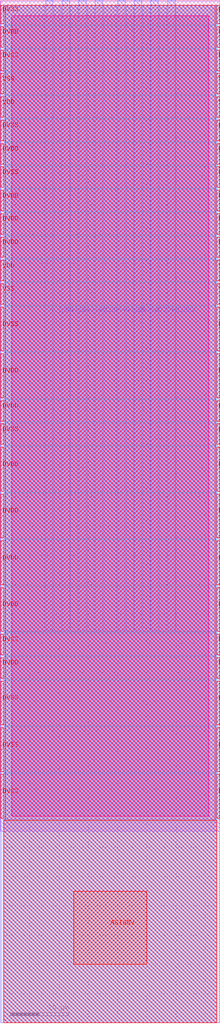
<source format=lef>
VERSION 5.7 ;
  NOWIREEXTENSIONATPIN ON ;
  DIVIDERCHAR "/" ;
  BUSBITCHARS "[]" ;
MACRO gf180mcu_fd_io__asig_5p0
  CLASS PAD INOUT ;
  FOREIGN gf180mcu_fd_io__asig_5p0 ;
  ORIGIN 0.000 0.000 ;
  SIZE 75.000 BY 350.000 ;
  SYMMETRY X Y R90 ;
  SITE GF_IO_Site ;
  PIN ASIG5V
    DIRECTION INOUT ;
    USE SIGNAL ;
    ANTENNADIFFAREA 1200.000000 ;
    PORT
      LAYER Metal5 ;
        RECT 25.000 20.000 50.000 45.000 ;
    END
    PORT
      LAYER Metal2 ;
        RECT 15.340 134.370 17.880 350.000 ;
    END
    PORT
      LAYER Metal2 ;
        RECT 21.020 134.370 23.560 350.000 ;
    END
    PORT
      LAYER Metal2 ;
        RECT 26.700 134.370 29.240 350.000 ;
    END
    PORT
      LAYER Metal2 ;
        RECT 32.380 134.370 34.920 350.000 ;
    END
    PORT
      LAYER Metal2 ;
        RECT 40.080 134.370 42.620 350.000 ;
    END
    PORT
      LAYER Metal2 ;
        RECT 45.760 134.370 48.300 350.000 ;
    END
    PORT
      LAYER Metal2 ;
        RECT 51.440 134.370 53.980 350.000 ;
    END
    PORT
      LAYER Metal2 ;
        RECT 57.120 134.370 59.660 350.000 ;
    END
  END ASIG5V
  PIN DVDD
    DIRECTION INOUT ;
    USE POWER ;
    PORT
      LAYER Metal5 ;
        RECT 74.000 118.000 75.000 125.000 ;
    END
    PORT
      LAYER Metal5 ;
        RECT 74.000 182.000 75.000 197.000 ;
    END
    PORT
      LAYER Metal5 ;
        RECT 74.000 166.000 75.000 181.000 ;
    END
    PORT
      LAYER Metal5 ;
        RECT 74.000 150.000 75.000 165.000 ;
    END
    PORT
      LAYER Metal5 ;
        RECT 74.000 134.000 75.000 149.000 ;
    END
    PORT
      LAYER Metal5 ;
        RECT 74.000 214.000 75.000 229.000 ;
    END
    PORT
      LAYER Metal5 ;
        RECT 74.000 206.000 75.000 213.000 ;
    END
    PORT
      LAYER Metal5 ;
        RECT 74.000 278.000 75.000 285.000 ;
    END
    PORT
      LAYER Metal5 ;
        RECT 74.000 270.000 75.000 277.000 ;
    END
    PORT
      LAYER Metal5 ;
        RECT 74.000 262.000 75.000 269.000 ;
    END
    PORT
      LAYER Metal5 ;
        RECT 74.000 294.000 75.000 301.000 ;
    END
    PORT
      LAYER Metal5 ;
        RECT 74.000 334.000 75.000 341.000 ;
    END
    PORT
      LAYER Metal4 ;
        RECT 74.000 118.000 75.000 125.000 ;
    END
    PORT
      LAYER Metal4 ;
        RECT 74.000 182.000 75.000 197.000 ;
    END
    PORT
      LAYER Metal4 ;
        RECT 74.000 166.000 75.000 181.000 ;
    END
    PORT
      LAYER Metal4 ;
        RECT 74.000 150.000 75.000 165.000 ;
    END
    PORT
      LAYER Metal4 ;
        RECT 74.000 134.000 75.000 149.000 ;
    END
    PORT
      LAYER Metal4 ;
        RECT 74.000 214.000 75.000 229.000 ;
    END
    PORT
      LAYER Metal4 ;
        RECT 74.000 206.000 75.000 213.000 ;
    END
    PORT
      LAYER Metal4 ;
        RECT 74.000 278.000 75.000 285.000 ;
    END
    PORT
      LAYER Metal4 ;
        RECT 74.000 270.000 75.000 277.000 ;
    END
    PORT
      LAYER Metal4 ;
        RECT 74.000 262.000 75.000 269.000 ;
    END
    PORT
      LAYER Metal4 ;
        RECT 74.000 294.000 75.000 301.000 ;
    END
    PORT
      LAYER Metal4 ;
        RECT 74.000 334.000 75.000 341.000 ;
    END
    PORT
      LAYER Metal3 ;
        RECT 74.000 118.000 75.000 125.000 ;
    END
    PORT
      LAYER Metal3 ;
        RECT 74.000 182.000 75.000 197.000 ;
    END
    PORT
      LAYER Metal3 ;
        RECT 74.000 166.000 75.000 181.000 ;
    END
    PORT
      LAYER Metal3 ;
        RECT 74.000 150.000 75.000 165.000 ;
    END
    PORT
      LAYER Metal3 ;
        RECT 74.000 134.000 75.000 149.000 ;
    END
    PORT
      LAYER Metal3 ;
        RECT 74.000 214.000 75.000 229.000 ;
    END
    PORT
      LAYER Metal3 ;
        RECT 74.000 206.000 75.000 213.000 ;
    END
    PORT
      LAYER Metal3 ;
        RECT 74.000 278.000 75.000 285.000 ;
    END
    PORT
      LAYER Metal3 ;
        RECT 74.000 270.000 75.000 277.000 ;
    END
    PORT
      LAYER Metal3 ;
        RECT 74.000 262.000 75.000 269.000 ;
    END
    PORT
      LAYER Metal3 ;
        RECT 74.000 294.000 75.000 301.000 ;
    END
    PORT
      LAYER Metal3 ;
        RECT 74.000 334.000 75.000 341.000 ;
    END
    PORT
      LAYER Metal3 ;
        RECT 0.000 334.000 1.000 341.000 ;
    END
    PORT
      LAYER Metal3 ;
        RECT 0.000 294.000 1.000 301.000 ;
    END
    PORT
      LAYER Metal3 ;
        RECT 0.000 262.000 1.000 269.000 ;
    END
    PORT
      LAYER Metal3 ;
        RECT 0.000 270.000 1.000 277.000 ;
    END
    PORT
      LAYER Metal3 ;
        RECT 0.000 278.000 1.000 285.000 ;
    END
    PORT
      LAYER Metal3 ;
        RECT 0.000 206.000 1.000 213.000 ;
    END
    PORT
      LAYER Metal3 ;
        RECT 0.000 214.000 1.000 229.000 ;
    END
    PORT
      LAYER Metal3 ;
        RECT 0.000 134.000 1.000 149.000 ;
    END
    PORT
      LAYER Metal3 ;
        RECT 0.000 150.000 1.000 165.000 ;
    END
    PORT
      LAYER Metal3 ;
        RECT 0.000 166.000 1.000 181.000 ;
    END
    PORT
      LAYER Metal3 ;
        RECT 0.000 182.000 1.000 197.000 ;
    END
    PORT
      LAYER Metal5 ;
        RECT 0.000 334.000 1.000 341.000 ;
    END
    PORT
      LAYER Metal5 ;
        RECT 0.000 294.000 1.000 301.000 ;
    END
    PORT
      LAYER Metal5 ;
        RECT 0.000 262.000 1.000 269.000 ;
    END
    PORT
      LAYER Metal5 ;
        RECT 0.000 270.000 1.000 277.000 ;
    END
    PORT
      LAYER Metal5 ;
        RECT 0.000 278.000 1.000 285.000 ;
    END
    PORT
      LAYER Metal5 ;
        RECT 0.000 206.000 1.000 213.000 ;
    END
    PORT
      LAYER Metal5 ;
        RECT 0.000 214.000 1.000 229.000 ;
    END
    PORT
      LAYER Metal5 ;
        RECT 0.000 134.000 1.000 149.000 ;
    END
    PORT
      LAYER Metal5 ;
        RECT 0.000 150.000 1.000 165.000 ;
    END
    PORT
      LAYER Metal5 ;
        RECT 0.000 166.000 1.000 181.000 ;
    END
    PORT
      LAYER Metal5 ;
        RECT 0.000 182.000 1.000 197.000 ;
    END
    PORT
      LAYER Metal4 ;
        RECT 0.000 334.000 1.000 341.000 ;
    END
    PORT
      LAYER Metal4 ;
        RECT 0.000 294.000 1.000 301.000 ;
    END
    PORT
      LAYER Metal4 ;
        RECT 0.000 262.000 1.000 269.000 ;
    END
    PORT
      LAYER Metal4 ;
        RECT 0.000 270.000 1.000 277.000 ;
    END
    PORT
      LAYER Metal4 ;
        RECT 0.000 278.000 1.000 285.000 ;
    END
    PORT
      LAYER Metal4 ;
        RECT 0.000 206.000 1.000 213.000 ;
    END
    PORT
      LAYER Metal4 ;
        RECT 0.000 214.000 1.000 229.000 ;
    END
    PORT
      LAYER Metal4 ;
        RECT 0.000 134.000 1.000 149.000 ;
    END
    PORT
      LAYER Metal4 ;
        RECT 0.000 150.000 1.000 165.000 ;
    END
    PORT
      LAYER Metal4 ;
        RECT 0.000 166.000 1.000 181.000 ;
    END
    PORT
      LAYER Metal4 ;
        RECT 0.000 182.000 1.000 197.000 ;
    END
    PORT
      LAYER Metal4 ;
        RECT 0.000 118.000 1.000 125.000 ;
    END
    PORT
      LAYER Metal5 ;
        RECT 0.000 118.000 1.000 125.000 ;
    END
    PORT
      LAYER Metal3 ;
        RECT 0.000 118.000 1.000 125.000 ;
    END
  END DVDD
  PIN DVSS
    DIRECTION INOUT ;
    USE GROUND ;
    PORT
      LAYER Metal5 ;
        RECT 74.000 102.000 75.000 117.000 ;
    END
    PORT
      LAYER Metal5 ;
        RECT 74.000 86.000 75.000 101.000 ;
    END
    PORT
      LAYER Metal5 ;
        RECT 74.000 70.000 75.000 85.000 ;
    END
    PORT
      LAYER Metal5 ;
        RECT 74.000 126.000 75.000 133.000 ;
    END
    PORT
      LAYER Metal5 ;
        RECT 74.000 198.000 75.000 205.000 ;
    END
    PORT
      LAYER Metal5 ;
        RECT 74.000 230.000 75.000 245.000 ;
    END
    PORT
      LAYER Metal5 ;
        RECT 74.000 286.000 75.000 293.000 ;
    END
    PORT
      LAYER Metal5 ;
        RECT 74.000 302.000 75.000 309.000 ;
    END
    PORT
      LAYER Metal5 ;
        RECT 74.000 326.000 75.000 333.000 ;
    END
    PORT
      LAYER Metal5 ;
        RECT 74.000 342.000 75.000 348.390 ;
    END
    PORT
      LAYER Metal4 ;
        RECT 74.000 102.000 75.000 117.000 ;
    END
    PORT
      LAYER Metal4 ;
        RECT 74.000 86.000 75.000 101.000 ;
    END
    PORT
      LAYER Metal4 ;
        RECT 74.000 70.000 75.000 85.000 ;
    END
    PORT
      LAYER Metal4 ;
        RECT 74.000 126.000 75.000 133.000 ;
    END
    PORT
      LAYER Metal4 ;
        RECT 74.000 198.000 75.000 205.000 ;
    END
    PORT
      LAYER Metal4 ;
        RECT 74.000 230.000 75.000 245.000 ;
    END
    PORT
      LAYER Metal4 ;
        RECT 74.000 286.000 75.000 293.000 ;
    END
    PORT
      LAYER Metal4 ;
        RECT 74.000 302.000 75.000 309.000 ;
    END
    PORT
      LAYER Metal4 ;
        RECT 74.000 326.000 75.000 333.000 ;
    END
    PORT
      LAYER Metal4 ;
        RECT 74.000 342.000 75.000 348.390 ;
    END
    PORT
      LAYER Metal3 ;
        RECT 74.000 102.000 75.000 117.000 ;
    END
    PORT
      LAYER Metal3 ;
        RECT 74.000 86.000 75.000 101.000 ;
    END
    PORT
      LAYER Metal3 ;
        RECT 74.000 70.000 75.000 85.000 ;
    END
    PORT
      LAYER Metal3 ;
        RECT 74.000 126.000 75.000 133.000 ;
    END
    PORT
      LAYER Metal3 ;
        RECT 74.000 198.000 75.000 205.000 ;
    END
    PORT
      LAYER Metal3 ;
        RECT 74.000 230.000 75.000 245.000 ;
    END
    PORT
      LAYER Metal3 ;
        RECT 74.000 286.000 75.000 293.000 ;
    END
    PORT
      LAYER Metal3 ;
        RECT 74.000 302.000 75.000 309.000 ;
    END
    PORT
      LAYER Metal3 ;
        RECT 74.000 326.000 75.000 333.000 ;
    END
    PORT
      LAYER Metal3 ;
        RECT 74.000 342.000 75.000 348.390 ;
    END
    PORT
      LAYER Metal3 ;
        RECT 0.000 342.000 1.000 348.390 ;
    END
    PORT
      LAYER Metal3 ;
        RECT 0.000 326.000 1.000 333.000 ;
    END
    PORT
      LAYER Metal3 ;
        RECT 0.000 302.000 1.000 309.000 ;
    END
    PORT
      LAYER Metal3 ;
        RECT 0.000 286.000 1.000 293.000 ;
    END
    PORT
      LAYER Metal3 ;
        RECT 0.000 230.000 1.000 245.000 ;
    END
    PORT
      LAYER Metal3 ;
        RECT 0.000 198.000 1.000 205.000 ;
    END
    PORT
      LAYER Metal3 ;
        RECT 0.000 126.000 1.000 133.000 ;
    END
    PORT
      LAYER Metal3 ;
        RECT 0.000 70.000 1.000 85.000 ;
    END
    PORT
      LAYER Metal3 ;
        RECT 0.000 86.000 1.000 101.000 ;
    END
    PORT
      LAYER Metal5 ;
        RECT 0.000 342.000 1.000 348.390 ;
    END
    PORT
      LAYER Metal5 ;
        RECT 0.000 326.000 1.000 333.000 ;
    END
    PORT
      LAYER Metal5 ;
        RECT 0.000 302.000 1.000 309.000 ;
    END
    PORT
      LAYER Metal5 ;
        RECT 0.000 286.000 1.000 293.000 ;
    END
    PORT
      LAYER Metal5 ;
        RECT 0.000 230.000 1.000 245.000 ;
    END
    PORT
      LAYER Metal5 ;
        RECT 0.000 198.000 1.000 205.000 ;
    END
    PORT
      LAYER Metal5 ;
        RECT 0.000 126.000 1.000 133.000 ;
    END
    PORT
      LAYER Metal5 ;
        RECT 0.000 70.000 1.000 85.000 ;
    END
    PORT
      LAYER Metal5 ;
        RECT 0.000 86.000 1.000 101.000 ;
    END
    PORT
      LAYER Metal4 ;
        RECT 0.000 342.000 1.000 348.390 ;
    END
    PORT
      LAYER Metal4 ;
        RECT 0.000 326.000 1.000 333.000 ;
    END
    PORT
      LAYER Metal4 ;
        RECT 0.000 302.000 1.000 309.000 ;
    END
    PORT
      LAYER Metal4 ;
        RECT 0.000 286.000 1.000 293.000 ;
    END
    PORT
      LAYER Metal4 ;
        RECT 0.000 230.000 1.000 245.000 ;
    END
    PORT
      LAYER Metal4 ;
        RECT 0.000 198.000 1.000 205.000 ;
    END
    PORT
      LAYER Metal4 ;
        RECT 0.000 126.000 1.000 133.000 ;
    END
    PORT
      LAYER Metal4 ;
        RECT 0.000 70.000 1.000 85.000 ;
    END
    PORT
      LAYER Metal4 ;
        RECT 0.000 86.000 1.000 101.000 ;
    END
    PORT
      LAYER Metal4 ;
        RECT 0.000 102.000 1.000 117.000 ;
    END
    PORT
      LAYER Metal5 ;
        RECT 0.000 102.000 1.000 117.000 ;
    END
    PORT
      LAYER Metal3 ;
        RECT 0.000 102.000 1.000 117.000 ;
    END
  END DVSS
  PIN VDD
    DIRECTION INOUT ;
    USE POWER ;
    PORT
      LAYER Metal5 ;
        RECT 74.000 254.000 75.000 261.000 ;
    END
    PORT
      LAYER Metal5 ;
        RECT 74.000 310.000 75.000 317.000 ;
    END
    PORT
      LAYER Metal4 ;
        RECT 74.000 254.000 75.000 261.000 ;
    END
    PORT
      LAYER Metal4 ;
        RECT 74.000 310.000 75.000 317.000 ;
    END
    PORT
      LAYER Metal3 ;
        RECT 74.000 254.000 75.000 261.000 ;
    END
    PORT
      LAYER Metal3 ;
        RECT 74.000 310.000 75.000 317.000 ;
    END
    PORT
      LAYER Metal3 ;
        RECT 0.000 310.000 1.000 317.000 ;
    END
    PORT
      LAYER Metal5 ;
        RECT 0.000 310.000 1.000 317.000 ;
    END
    PORT
      LAYER Metal4 ;
        RECT 0.000 310.000 1.000 317.000 ;
    END
    PORT
      LAYER Metal4 ;
        RECT 0.000 254.000 1.000 261.000 ;
    END
    PORT
      LAYER Metal5 ;
        RECT 0.000 254.000 1.000 261.000 ;
    END
    PORT
      LAYER Metal3 ;
        RECT 0.000 254.000 1.000 261.000 ;
    END
  END VDD
  PIN VSS
    DIRECTION INOUT ;
    USE GROUND ;
    PORT
      LAYER Metal5 ;
        RECT 74.000 246.000 75.000 253.000 ;
    END
    PORT
      LAYER Metal5 ;
        RECT 74.000 318.000 75.000 325.000 ;
    END
    PORT
      LAYER Metal4 ;
        RECT 74.000 246.000 75.000 253.000 ;
    END
    PORT
      LAYER Metal4 ;
        RECT 74.000 318.000 75.000 325.000 ;
    END
    PORT
      LAYER Metal3 ;
        RECT 74.000 246.000 75.000 253.000 ;
    END
    PORT
      LAYER Metal3 ;
        RECT 74.000 318.000 75.000 325.000 ;
    END
    PORT
      LAYER Metal3 ;
        RECT 0.000 318.000 1.000 325.000 ;
    END
    PORT
      LAYER Metal5 ;
        RECT 0.000 318.000 1.000 325.000 ;
    END
    PORT
      LAYER Metal4 ;
        RECT 0.000 318.000 1.000 325.000 ;
    END
    PORT
      LAYER Metal4 ;
        RECT 0.000 246.000 1.000 253.000 ;
    END
    PORT
      LAYER Metal5 ;
        RECT 0.000 246.000 1.000 253.000 ;
    END
    PORT
      LAYER Metal3 ;
        RECT 0.000 246.000 1.000 253.000 ;
    END
  END VSS
  OBS
      LAYER Nwell ;
        RECT 3.790 70.755 71.210 344.755 ;
      LAYER Metal1 ;
        RECT -0.160 65.540 75.160 349.785 ;
      LAYER Metal2 ;
        RECT 0.000 134.070 15.040 348.390 ;
        RECT 18.180 134.070 20.720 348.390 ;
        RECT 23.860 134.070 26.400 348.390 ;
        RECT 29.540 134.070 32.080 348.390 ;
        RECT 35.220 134.070 39.780 348.390 ;
        RECT 42.920 134.070 45.460 348.390 ;
        RECT 48.600 134.070 51.140 348.390 ;
        RECT 54.280 134.070 56.820 348.390 ;
        RECT 59.960 134.070 75.000 348.390 ;
        RECT 0.000 0.000 75.000 134.070 ;
      LAYER Metal3 ;
        RECT 1.300 341.700 73.700 348.390 ;
        RECT 1.000 341.300 74.000 341.700 ;
        RECT 1.300 333.700 73.700 341.300 ;
        RECT 1.000 333.300 74.000 333.700 ;
        RECT 1.300 325.700 73.700 333.300 ;
        RECT 1.000 325.300 74.000 325.700 ;
        RECT 1.300 317.700 73.700 325.300 ;
        RECT 1.000 317.300 74.000 317.700 ;
        RECT 1.300 309.700 73.700 317.300 ;
        RECT 1.000 309.300 74.000 309.700 ;
        RECT 1.300 301.700 73.700 309.300 ;
        RECT 1.000 301.300 74.000 301.700 ;
        RECT 1.300 293.700 73.700 301.300 ;
        RECT 1.000 293.300 74.000 293.700 ;
        RECT 1.300 285.700 73.700 293.300 ;
        RECT 1.000 285.300 74.000 285.700 ;
        RECT 1.300 277.700 73.700 285.300 ;
        RECT 1.000 277.300 74.000 277.700 ;
        RECT 1.300 269.700 73.700 277.300 ;
        RECT 1.000 269.300 74.000 269.700 ;
        RECT 1.300 261.700 73.700 269.300 ;
        RECT 1.000 261.300 74.000 261.700 ;
        RECT 1.300 253.700 73.700 261.300 ;
        RECT 1.000 253.300 74.000 253.700 ;
        RECT 1.300 245.700 73.700 253.300 ;
        RECT 1.000 245.300 74.000 245.700 ;
        RECT 1.300 229.700 73.700 245.300 ;
        RECT 1.000 229.300 74.000 229.700 ;
        RECT 1.300 213.700 73.700 229.300 ;
        RECT 1.000 213.300 74.000 213.700 ;
        RECT 1.300 205.700 73.700 213.300 ;
        RECT 1.000 205.300 74.000 205.700 ;
        RECT 1.300 197.700 73.700 205.300 ;
        RECT 1.000 197.300 74.000 197.700 ;
        RECT 1.300 181.700 73.700 197.300 ;
        RECT 1.000 181.300 74.000 181.700 ;
        RECT 1.300 165.700 73.700 181.300 ;
        RECT 1.000 165.300 74.000 165.700 ;
        RECT 1.300 149.700 73.700 165.300 ;
        RECT 1.000 149.300 74.000 149.700 ;
        RECT 1.300 133.700 73.700 149.300 ;
        RECT 1.000 133.300 74.000 133.700 ;
        RECT 1.300 125.700 73.700 133.300 ;
        RECT 1.000 125.300 74.000 125.700 ;
        RECT 1.300 117.700 73.700 125.300 ;
        RECT 1.000 117.300 74.000 117.700 ;
        RECT 1.300 101.700 73.700 117.300 ;
        RECT 1.000 101.300 74.000 101.700 ;
        RECT 1.300 85.700 73.700 101.300 ;
        RECT 1.000 85.300 74.000 85.700 ;
        RECT 1.300 69.700 73.700 85.300 ;
        RECT 1.000 0.000 74.000 69.700 ;
      LAYER Metal4 ;
        RECT 1.300 341.700 73.700 348.390 ;
        RECT 1.000 341.300 74.000 341.700 ;
        RECT 1.300 333.700 73.700 341.300 ;
        RECT 1.000 333.300 74.000 333.700 ;
        RECT 1.300 325.700 73.700 333.300 ;
        RECT 1.000 325.300 74.000 325.700 ;
        RECT 1.300 317.700 73.700 325.300 ;
        RECT 1.000 317.300 74.000 317.700 ;
        RECT 1.300 309.700 73.700 317.300 ;
        RECT 1.000 309.300 74.000 309.700 ;
        RECT 1.300 301.700 73.700 309.300 ;
        RECT 1.000 301.300 74.000 301.700 ;
        RECT 1.300 293.700 73.700 301.300 ;
        RECT 1.000 293.300 74.000 293.700 ;
        RECT 1.300 285.700 73.700 293.300 ;
        RECT 1.000 285.300 74.000 285.700 ;
        RECT 1.300 277.700 73.700 285.300 ;
        RECT 1.000 277.300 74.000 277.700 ;
        RECT 1.300 269.700 73.700 277.300 ;
        RECT 1.000 269.300 74.000 269.700 ;
        RECT 1.300 261.700 73.700 269.300 ;
        RECT 1.000 261.300 74.000 261.700 ;
        RECT 1.300 253.700 73.700 261.300 ;
        RECT 1.000 253.300 74.000 253.700 ;
        RECT 1.300 245.700 73.700 253.300 ;
        RECT 1.000 245.300 74.000 245.700 ;
        RECT 1.300 229.700 73.700 245.300 ;
        RECT 1.000 229.300 74.000 229.700 ;
        RECT 1.300 213.700 73.700 229.300 ;
        RECT 1.000 213.300 74.000 213.700 ;
        RECT 1.300 205.700 73.700 213.300 ;
        RECT 1.000 205.300 74.000 205.700 ;
        RECT 1.300 197.700 73.700 205.300 ;
        RECT 1.000 197.300 74.000 197.700 ;
        RECT 1.300 181.700 73.700 197.300 ;
        RECT 1.000 181.300 74.000 181.700 ;
        RECT 1.300 165.700 73.700 181.300 ;
        RECT 1.000 165.300 74.000 165.700 ;
        RECT 1.300 149.700 73.700 165.300 ;
        RECT 1.000 149.300 74.000 149.700 ;
        RECT 1.300 133.700 73.700 149.300 ;
        RECT 1.000 133.300 74.000 133.700 ;
        RECT 1.300 125.700 73.700 133.300 ;
        RECT 1.000 125.300 74.000 125.700 ;
        RECT 1.300 117.700 73.700 125.300 ;
        RECT 1.000 117.300 74.000 117.700 ;
        RECT 1.300 101.700 73.700 117.300 ;
        RECT 1.000 101.300 74.000 101.700 ;
        RECT 1.300 85.700 73.700 101.300 ;
        RECT 1.000 85.300 74.000 85.700 ;
        RECT 1.300 69.700 73.700 85.300 ;
        RECT 1.000 0.000 74.000 69.700 ;
      LAYER Metal5 ;
        RECT 1.600 69.400 73.400 348.390 ;
        RECT 1.000 0.000 74.000 69.400 ;
  END
END gf180mcu_fd_io__asig_5p0
END LIBRARY


</source>
